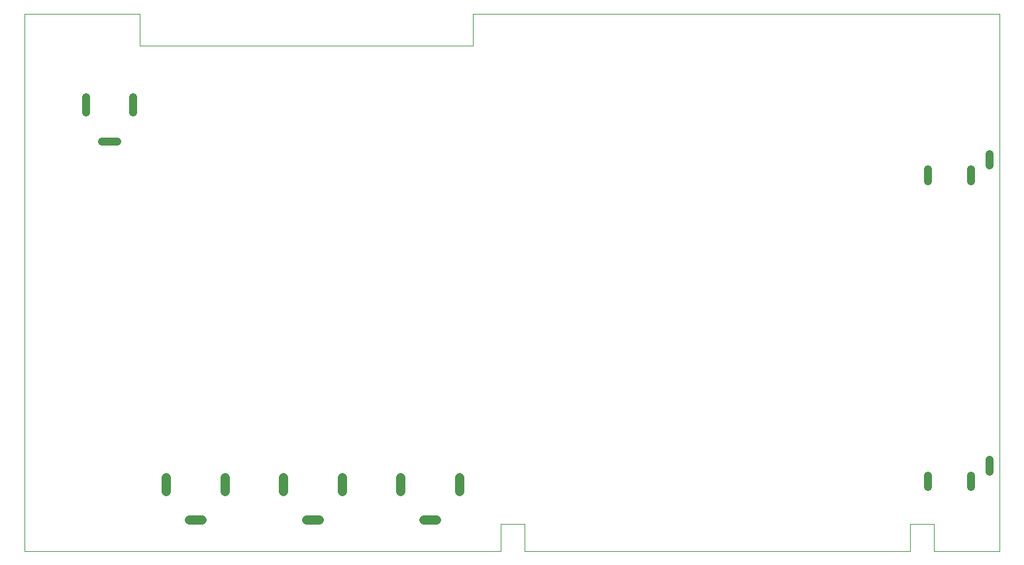
<source format=gm1>
G04 #@! TF.FileFunction,Profile,NP*
%FSLAX46Y46*%
G04 Gerber Fmt 4.6, Leading zero omitted, Abs format (unit mm)*
G04 Created by KiCad (PCBNEW 4.0.5+dfsg1-4) date Mon Jul  3 23:41:30 2017*
%MOMM*%
%LPD*%
G01*
G04 APERTURE LIST*
%ADD10C,0.150000*%
%ADD11C,1.200000*%
%ADD12C,1.000000*%
%ADD13C,0.100000*%
G04 APERTURE END LIST*
D10*
D11*
X58386000Y-81776200D02*
X60006000Y-81776200D01*
X62946000Y-76376000D02*
X62946000Y-78176000D01*
X55446000Y-76376000D02*
X55446000Y-78176000D01*
X43386000Y-81776200D02*
X45006000Y-81776200D01*
X47946000Y-76376000D02*
X47946000Y-78176000D01*
X40446000Y-76376000D02*
X40446000Y-78176000D01*
X28386000Y-81776200D02*
X30006000Y-81776200D01*
X32946000Y-76376000D02*
X32946000Y-78176000D01*
X25446000Y-76376000D02*
X25446000Y-78176000D01*
D12*
X17202000Y-33348000D02*
X19202000Y-33348000D01*
X21202000Y-27649000D02*
X21202000Y-29649000D01*
X15202660Y-27649000D02*
X15202660Y-29649000D01*
X130706000Y-74080000D02*
X130706000Y-75580000D01*
X128306000Y-76080000D02*
X128306000Y-77580000D01*
X122806000Y-76080000D02*
X122806000Y-77580000D01*
X130698000Y-34926000D02*
X130698000Y-36426000D01*
X122798000Y-36926000D02*
X122798000Y-38426000D01*
X128298000Y-36926000D02*
X128298000Y-38426000D01*
D13*
X68165000Y-85764000D02*
X7368000Y-85764000D01*
X68165000Y-82250000D02*
X68165000Y-85764000D01*
X71244000Y-82250000D02*
X68165000Y-82250000D01*
X71244000Y-85764000D02*
X71244000Y-82250000D01*
X120491000Y-85764000D02*
X71244000Y-85764000D01*
X120491000Y-82248000D02*
X120491000Y-85764000D01*
X123550000Y-82248000D02*
X120491000Y-82248000D01*
X123550000Y-85764000D02*
X123550000Y-82248000D01*
X22022800Y-17018000D02*
X7363800Y-17018000D01*
X22022800Y-21055700D02*
X22022800Y-17018000D01*
X64678900Y-21055700D02*
X22022800Y-21055700D01*
X64678900Y-17017100D02*
X64678900Y-21055700D01*
X7368000Y-85764000D02*
X7368000Y-17018000D01*
X123550000Y-85764000D02*
X131934000Y-85764000D01*
X131934000Y-17018000D02*
X131934000Y-85764000D01*
X64691000Y-17018000D02*
X131934000Y-17018000D01*
M02*

</source>
